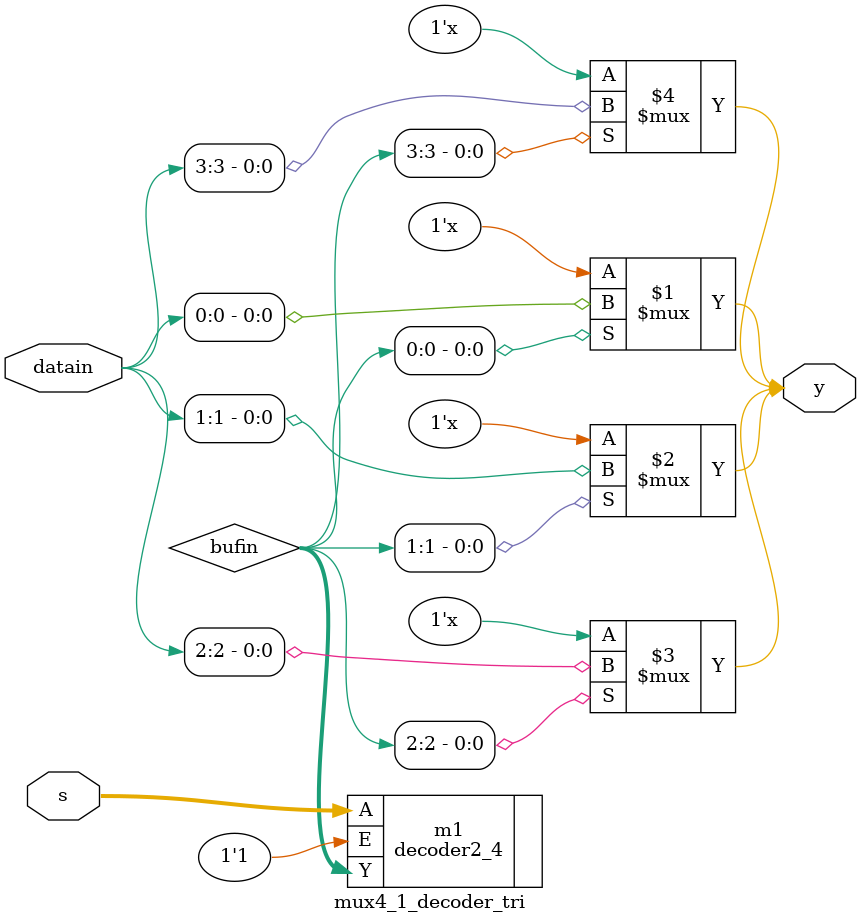
<source format=v>
module mux4_1_decoder_tri(input [1:0] s, input [3:0] datain, output y);
   
   wire [3:0] bufin;
    
    // Instantiation of decoder
    decoder2_4 m1(.A(s), .E(1'b1), .Y(bufin)); // Fixed instantiation and enable signal [ this is how you need to tackle the enable signals in structural modelling ]
    
    // Tri-state buffers
    bufif1 buf1(y, datain[0], bufin[0]);
    bufif1 buf2(y, datain[1], bufin[1]);
    bufif1 buf3(y, datain[2], bufin[2]); 
    bufif1 buf4(y, datain[3], bufin[3]);

endmodule

</source>
